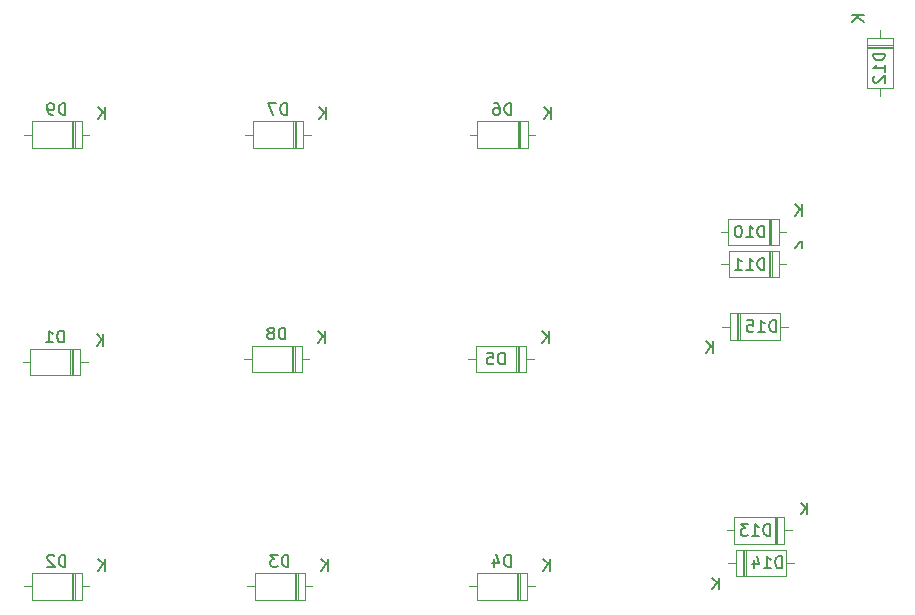
<source format=gbr>
%TF.GenerationSoftware,KiCad,Pcbnew,8.0.6*%
%TF.CreationDate,2026-01-30T19:09:08+01:00*%
%TF.ProjectId,keyboard,6b657962-6f61-4726-942e-6b696361645f,rev?*%
%TF.SameCoordinates,Original*%
%TF.FileFunction,Legend,Bot*%
%TF.FilePolarity,Positive*%
%FSLAX46Y46*%
G04 Gerber Fmt 4.6, Leading zero omitted, Abs format (unit mm)*
G04 Created by KiCad (PCBNEW 8.0.6) date 2026-01-30 19:09:08*
%MOMM*%
%LPD*%
G01*
G04 APERTURE LIST*
%ADD10C,0.150000*%
%ADD11C,0.120000*%
%ADD12O,1.700000X1.700000*%
%ADD13R,1.700000X1.700000*%
%ADD14C,1.524000*%
%ADD15R,2.000000X2.000000*%
%ADD16C,2.000000*%
%ADD17R,3.200000X2.000000*%
%ADD18C,1.700000*%
%ADD19C,4.000000*%
%ADD20C,2.200000*%
%ADD21R,1.600000X1.600000*%
%ADD22O,1.600000X1.600000*%
G04 APERTURE END LIST*
D10*
X190714285Y-73704819D02*
X190714285Y-72704819D01*
X190714285Y-72704819D02*
X190476190Y-72704819D01*
X190476190Y-72704819D02*
X190333333Y-72752438D01*
X190333333Y-72752438D02*
X190238095Y-72847676D01*
X190238095Y-72847676D02*
X190190476Y-72942914D01*
X190190476Y-72942914D02*
X190142857Y-73133390D01*
X190142857Y-73133390D02*
X190142857Y-73276247D01*
X190142857Y-73276247D02*
X190190476Y-73466723D01*
X190190476Y-73466723D02*
X190238095Y-73561961D01*
X190238095Y-73561961D02*
X190333333Y-73657200D01*
X190333333Y-73657200D02*
X190476190Y-73704819D01*
X190476190Y-73704819D02*
X190714285Y-73704819D01*
X189190476Y-73704819D02*
X189761904Y-73704819D01*
X189476190Y-73704819D02*
X189476190Y-72704819D01*
X189476190Y-72704819D02*
X189571428Y-72847676D01*
X189571428Y-72847676D02*
X189666666Y-72942914D01*
X189666666Y-72942914D02*
X189761904Y-72990533D01*
X188285714Y-72704819D02*
X188761904Y-72704819D01*
X188761904Y-72704819D02*
X188809523Y-73181009D01*
X188809523Y-73181009D02*
X188761904Y-73133390D01*
X188761904Y-73133390D02*
X188666666Y-73085771D01*
X188666666Y-73085771D02*
X188428571Y-73085771D01*
X188428571Y-73085771D02*
X188333333Y-73133390D01*
X188333333Y-73133390D02*
X188285714Y-73181009D01*
X188285714Y-73181009D02*
X188238095Y-73276247D01*
X188238095Y-73276247D02*
X188238095Y-73514342D01*
X188238095Y-73514342D02*
X188285714Y-73609580D01*
X188285714Y-73609580D02*
X188333333Y-73657200D01*
X188333333Y-73657200D02*
X188428571Y-73704819D01*
X188428571Y-73704819D02*
X188666666Y-73704819D01*
X188666666Y-73704819D02*
X188761904Y-73657200D01*
X188761904Y-73657200D02*
X188809523Y-73609580D01*
X185391904Y-75504819D02*
X185391904Y-74504819D01*
X184820476Y-75504819D02*
X185249047Y-74933390D01*
X184820476Y-74504819D02*
X185391904Y-75076247D01*
X191214285Y-93704819D02*
X191214285Y-92704819D01*
X191214285Y-92704819D02*
X190976190Y-92704819D01*
X190976190Y-92704819D02*
X190833333Y-92752438D01*
X190833333Y-92752438D02*
X190738095Y-92847676D01*
X190738095Y-92847676D02*
X190690476Y-92942914D01*
X190690476Y-92942914D02*
X190642857Y-93133390D01*
X190642857Y-93133390D02*
X190642857Y-93276247D01*
X190642857Y-93276247D02*
X190690476Y-93466723D01*
X190690476Y-93466723D02*
X190738095Y-93561961D01*
X190738095Y-93561961D02*
X190833333Y-93657200D01*
X190833333Y-93657200D02*
X190976190Y-93704819D01*
X190976190Y-93704819D02*
X191214285Y-93704819D01*
X189690476Y-93704819D02*
X190261904Y-93704819D01*
X189976190Y-93704819D02*
X189976190Y-92704819D01*
X189976190Y-92704819D02*
X190071428Y-92847676D01*
X190071428Y-92847676D02*
X190166666Y-92942914D01*
X190166666Y-92942914D02*
X190261904Y-92990533D01*
X188833333Y-93038152D02*
X188833333Y-93704819D01*
X189071428Y-92657200D02*
X189309523Y-93371485D01*
X189309523Y-93371485D02*
X188690476Y-93371485D01*
X185891904Y-95504819D02*
X185891904Y-94504819D01*
X185320476Y-95504819D02*
X185749047Y-94933390D01*
X185320476Y-94504819D02*
X185891904Y-95076247D01*
X190214285Y-90954819D02*
X190214285Y-89954819D01*
X190214285Y-89954819D02*
X189976190Y-89954819D01*
X189976190Y-89954819D02*
X189833333Y-90002438D01*
X189833333Y-90002438D02*
X189738095Y-90097676D01*
X189738095Y-90097676D02*
X189690476Y-90192914D01*
X189690476Y-90192914D02*
X189642857Y-90383390D01*
X189642857Y-90383390D02*
X189642857Y-90526247D01*
X189642857Y-90526247D02*
X189690476Y-90716723D01*
X189690476Y-90716723D02*
X189738095Y-90811961D01*
X189738095Y-90811961D02*
X189833333Y-90907200D01*
X189833333Y-90907200D02*
X189976190Y-90954819D01*
X189976190Y-90954819D02*
X190214285Y-90954819D01*
X188690476Y-90954819D02*
X189261904Y-90954819D01*
X188976190Y-90954819D02*
X188976190Y-89954819D01*
X188976190Y-89954819D02*
X189071428Y-90097676D01*
X189071428Y-90097676D02*
X189166666Y-90192914D01*
X189166666Y-90192914D02*
X189261904Y-90240533D01*
X188357142Y-89954819D02*
X187738095Y-89954819D01*
X187738095Y-89954819D02*
X188071428Y-90335771D01*
X188071428Y-90335771D02*
X187928571Y-90335771D01*
X187928571Y-90335771D02*
X187833333Y-90383390D01*
X187833333Y-90383390D02*
X187785714Y-90431009D01*
X187785714Y-90431009D02*
X187738095Y-90526247D01*
X187738095Y-90526247D02*
X187738095Y-90764342D01*
X187738095Y-90764342D02*
X187785714Y-90859580D01*
X187785714Y-90859580D02*
X187833333Y-90907200D01*
X187833333Y-90907200D02*
X187928571Y-90954819D01*
X187928571Y-90954819D02*
X188214285Y-90954819D01*
X188214285Y-90954819D02*
X188309523Y-90907200D01*
X188309523Y-90907200D02*
X188357142Y-90859580D01*
X193381904Y-89154819D02*
X193381904Y-88154819D01*
X192810476Y-89154819D02*
X193239047Y-88583390D01*
X192810476Y-88154819D02*
X193381904Y-88726247D01*
X199931115Y-50133709D02*
X198931115Y-50133709D01*
X198931115Y-50133709D02*
X198931115Y-50371804D01*
X198931115Y-50371804D02*
X198978734Y-50514661D01*
X198978734Y-50514661D02*
X199073972Y-50609899D01*
X199073972Y-50609899D02*
X199169210Y-50657518D01*
X199169210Y-50657518D02*
X199359686Y-50705137D01*
X199359686Y-50705137D02*
X199502543Y-50705137D01*
X199502543Y-50705137D02*
X199693019Y-50657518D01*
X199693019Y-50657518D02*
X199788257Y-50609899D01*
X199788257Y-50609899D02*
X199883496Y-50514661D01*
X199883496Y-50514661D02*
X199931115Y-50371804D01*
X199931115Y-50371804D02*
X199931115Y-50133709D01*
X199931115Y-51657518D02*
X199931115Y-51086090D01*
X199931115Y-51371804D02*
X198931115Y-51371804D01*
X198931115Y-51371804D02*
X199073972Y-51276566D01*
X199073972Y-51276566D02*
X199169210Y-51181328D01*
X199169210Y-51181328D02*
X199216829Y-51086090D01*
X199026353Y-52038471D02*
X198978734Y-52086090D01*
X198978734Y-52086090D02*
X198931115Y-52181328D01*
X198931115Y-52181328D02*
X198931115Y-52419423D01*
X198931115Y-52419423D02*
X198978734Y-52514661D01*
X198978734Y-52514661D02*
X199026353Y-52562280D01*
X199026353Y-52562280D02*
X199121591Y-52609899D01*
X199121591Y-52609899D02*
X199216829Y-52609899D01*
X199216829Y-52609899D02*
X199359686Y-52562280D01*
X199359686Y-52562280D02*
X199931115Y-51990852D01*
X199931115Y-51990852D02*
X199931115Y-52609899D01*
X198154819Y-46868095D02*
X197154819Y-46868095D01*
X198154819Y-47439523D02*
X197583390Y-47010952D01*
X197154819Y-47439523D02*
X197726247Y-46868095D01*
X189714285Y-68454819D02*
X189714285Y-67454819D01*
X189714285Y-67454819D02*
X189476190Y-67454819D01*
X189476190Y-67454819D02*
X189333333Y-67502438D01*
X189333333Y-67502438D02*
X189238095Y-67597676D01*
X189238095Y-67597676D02*
X189190476Y-67692914D01*
X189190476Y-67692914D02*
X189142857Y-67883390D01*
X189142857Y-67883390D02*
X189142857Y-68026247D01*
X189142857Y-68026247D02*
X189190476Y-68216723D01*
X189190476Y-68216723D02*
X189238095Y-68311961D01*
X189238095Y-68311961D02*
X189333333Y-68407200D01*
X189333333Y-68407200D02*
X189476190Y-68454819D01*
X189476190Y-68454819D02*
X189714285Y-68454819D01*
X188190476Y-68454819D02*
X188761904Y-68454819D01*
X188476190Y-68454819D02*
X188476190Y-67454819D01*
X188476190Y-67454819D02*
X188571428Y-67597676D01*
X188571428Y-67597676D02*
X188666666Y-67692914D01*
X188666666Y-67692914D02*
X188761904Y-67740533D01*
X187238095Y-68454819D02*
X187809523Y-68454819D01*
X187523809Y-68454819D02*
X187523809Y-67454819D01*
X187523809Y-67454819D02*
X187619047Y-67597676D01*
X187619047Y-67597676D02*
X187714285Y-67692914D01*
X187714285Y-67692914D02*
X187809523Y-67740533D01*
X192893450Y-66626200D02*
X192893450Y-65626200D01*
X192322022Y-66626200D02*
X192750593Y-66054771D01*
X192322022Y-65626200D02*
X192893450Y-66197628D01*
X189714285Y-65704819D02*
X189714285Y-64704819D01*
X189714285Y-64704819D02*
X189476190Y-64704819D01*
X189476190Y-64704819D02*
X189333333Y-64752438D01*
X189333333Y-64752438D02*
X189238095Y-64847676D01*
X189238095Y-64847676D02*
X189190476Y-64942914D01*
X189190476Y-64942914D02*
X189142857Y-65133390D01*
X189142857Y-65133390D02*
X189142857Y-65276247D01*
X189142857Y-65276247D02*
X189190476Y-65466723D01*
X189190476Y-65466723D02*
X189238095Y-65561961D01*
X189238095Y-65561961D02*
X189333333Y-65657200D01*
X189333333Y-65657200D02*
X189476190Y-65704819D01*
X189476190Y-65704819D02*
X189714285Y-65704819D01*
X188190476Y-65704819D02*
X188761904Y-65704819D01*
X188476190Y-65704819D02*
X188476190Y-64704819D01*
X188476190Y-64704819D02*
X188571428Y-64847676D01*
X188571428Y-64847676D02*
X188666666Y-64942914D01*
X188666666Y-64942914D02*
X188761904Y-64990533D01*
X187571428Y-64704819D02*
X187476190Y-64704819D01*
X187476190Y-64704819D02*
X187380952Y-64752438D01*
X187380952Y-64752438D02*
X187333333Y-64800057D01*
X187333333Y-64800057D02*
X187285714Y-64895295D01*
X187285714Y-64895295D02*
X187238095Y-65085771D01*
X187238095Y-65085771D02*
X187238095Y-65323866D01*
X187238095Y-65323866D02*
X187285714Y-65514342D01*
X187285714Y-65514342D02*
X187333333Y-65609580D01*
X187333333Y-65609580D02*
X187380952Y-65657200D01*
X187380952Y-65657200D02*
X187476190Y-65704819D01*
X187476190Y-65704819D02*
X187571428Y-65704819D01*
X187571428Y-65704819D02*
X187666666Y-65657200D01*
X187666666Y-65657200D02*
X187714285Y-65609580D01*
X187714285Y-65609580D02*
X187761904Y-65514342D01*
X187761904Y-65514342D02*
X187809523Y-65323866D01*
X187809523Y-65323866D02*
X187809523Y-65085771D01*
X187809523Y-65085771D02*
X187761904Y-64895295D01*
X187761904Y-64895295D02*
X187714285Y-64800057D01*
X187714285Y-64800057D02*
X187666666Y-64752438D01*
X187666666Y-64752438D02*
X187571428Y-64704819D01*
X192881904Y-63904819D02*
X192881904Y-62904819D01*
X192310476Y-63904819D02*
X192739047Y-63333390D01*
X192310476Y-62904819D02*
X192881904Y-63476247D01*
X130548094Y-55334819D02*
X130548094Y-54334819D01*
X130548094Y-54334819D02*
X130309999Y-54334819D01*
X130309999Y-54334819D02*
X130167142Y-54382438D01*
X130167142Y-54382438D02*
X130071904Y-54477676D01*
X130071904Y-54477676D02*
X130024285Y-54572914D01*
X130024285Y-54572914D02*
X129976666Y-54763390D01*
X129976666Y-54763390D02*
X129976666Y-54906247D01*
X129976666Y-54906247D02*
X130024285Y-55096723D01*
X130024285Y-55096723D02*
X130071904Y-55191961D01*
X130071904Y-55191961D02*
X130167142Y-55287200D01*
X130167142Y-55287200D02*
X130309999Y-55334819D01*
X130309999Y-55334819D02*
X130548094Y-55334819D01*
X129500475Y-55334819D02*
X129309999Y-55334819D01*
X129309999Y-55334819D02*
X129214761Y-55287200D01*
X129214761Y-55287200D02*
X129167142Y-55239580D01*
X129167142Y-55239580D02*
X129071904Y-55096723D01*
X129071904Y-55096723D02*
X129024285Y-54906247D01*
X129024285Y-54906247D02*
X129024285Y-54525295D01*
X129024285Y-54525295D02*
X129071904Y-54430057D01*
X129071904Y-54430057D02*
X129119523Y-54382438D01*
X129119523Y-54382438D02*
X129214761Y-54334819D01*
X129214761Y-54334819D02*
X129405237Y-54334819D01*
X129405237Y-54334819D02*
X129500475Y-54382438D01*
X129500475Y-54382438D02*
X129548094Y-54430057D01*
X129548094Y-54430057D02*
X129595713Y-54525295D01*
X129595713Y-54525295D02*
X129595713Y-54763390D01*
X129595713Y-54763390D02*
X129548094Y-54858628D01*
X129548094Y-54858628D02*
X129500475Y-54906247D01*
X129500475Y-54906247D02*
X129405237Y-54953866D01*
X129405237Y-54953866D02*
X129214761Y-54953866D01*
X129214761Y-54953866D02*
X129119523Y-54906247D01*
X129119523Y-54906247D02*
X129071904Y-54858628D01*
X129071904Y-54858628D02*
X129024285Y-54763390D01*
X133881904Y-55654819D02*
X133881904Y-54654819D01*
X133310476Y-55654819D02*
X133739047Y-55083390D01*
X133310476Y-54654819D02*
X133881904Y-55226247D01*
X149178094Y-74334819D02*
X149178094Y-73334819D01*
X149178094Y-73334819D02*
X148939999Y-73334819D01*
X148939999Y-73334819D02*
X148797142Y-73382438D01*
X148797142Y-73382438D02*
X148701904Y-73477676D01*
X148701904Y-73477676D02*
X148654285Y-73572914D01*
X148654285Y-73572914D02*
X148606666Y-73763390D01*
X148606666Y-73763390D02*
X148606666Y-73906247D01*
X148606666Y-73906247D02*
X148654285Y-74096723D01*
X148654285Y-74096723D02*
X148701904Y-74191961D01*
X148701904Y-74191961D02*
X148797142Y-74287200D01*
X148797142Y-74287200D02*
X148939999Y-74334819D01*
X148939999Y-74334819D02*
X149178094Y-74334819D01*
X148035237Y-73763390D02*
X148130475Y-73715771D01*
X148130475Y-73715771D02*
X148178094Y-73668152D01*
X148178094Y-73668152D02*
X148225713Y-73572914D01*
X148225713Y-73572914D02*
X148225713Y-73525295D01*
X148225713Y-73525295D02*
X148178094Y-73430057D01*
X148178094Y-73430057D02*
X148130475Y-73382438D01*
X148130475Y-73382438D02*
X148035237Y-73334819D01*
X148035237Y-73334819D02*
X147844761Y-73334819D01*
X147844761Y-73334819D02*
X147749523Y-73382438D01*
X147749523Y-73382438D02*
X147701904Y-73430057D01*
X147701904Y-73430057D02*
X147654285Y-73525295D01*
X147654285Y-73525295D02*
X147654285Y-73572914D01*
X147654285Y-73572914D02*
X147701904Y-73668152D01*
X147701904Y-73668152D02*
X147749523Y-73715771D01*
X147749523Y-73715771D02*
X147844761Y-73763390D01*
X147844761Y-73763390D02*
X148035237Y-73763390D01*
X148035237Y-73763390D02*
X148130475Y-73811009D01*
X148130475Y-73811009D02*
X148178094Y-73858628D01*
X148178094Y-73858628D02*
X148225713Y-73953866D01*
X148225713Y-73953866D02*
X148225713Y-74144342D01*
X148225713Y-74144342D02*
X148178094Y-74239580D01*
X148178094Y-74239580D02*
X148130475Y-74287200D01*
X148130475Y-74287200D02*
X148035237Y-74334819D01*
X148035237Y-74334819D02*
X147844761Y-74334819D01*
X147844761Y-74334819D02*
X147749523Y-74287200D01*
X147749523Y-74287200D02*
X147701904Y-74239580D01*
X147701904Y-74239580D02*
X147654285Y-74144342D01*
X147654285Y-74144342D02*
X147654285Y-73953866D01*
X147654285Y-73953866D02*
X147701904Y-73858628D01*
X147701904Y-73858628D02*
X147749523Y-73811009D01*
X147749523Y-73811009D02*
X147844761Y-73763390D01*
X152511904Y-74654819D02*
X152511904Y-73654819D01*
X151940476Y-74654819D02*
X152369047Y-74083390D01*
X151940476Y-73654819D02*
X152511904Y-74226247D01*
X149298094Y-55334819D02*
X149298094Y-54334819D01*
X149298094Y-54334819D02*
X149059999Y-54334819D01*
X149059999Y-54334819D02*
X148917142Y-54382438D01*
X148917142Y-54382438D02*
X148821904Y-54477676D01*
X148821904Y-54477676D02*
X148774285Y-54572914D01*
X148774285Y-54572914D02*
X148726666Y-54763390D01*
X148726666Y-54763390D02*
X148726666Y-54906247D01*
X148726666Y-54906247D02*
X148774285Y-55096723D01*
X148774285Y-55096723D02*
X148821904Y-55191961D01*
X148821904Y-55191961D02*
X148917142Y-55287200D01*
X148917142Y-55287200D02*
X149059999Y-55334819D01*
X149059999Y-55334819D02*
X149298094Y-55334819D01*
X148393332Y-54334819D02*
X147726666Y-54334819D01*
X147726666Y-54334819D02*
X148155237Y-55334819D01*
X152631904Y-55654819D02*
X152631904Y-54654819D01*
X152060476Y-55654819D02*
X152489047Y-55083390D01*
X152060476Y-54654819D02*
X152631904Y-55226247D01*
X168298094Y-55334819D02*
X168298094Y-54334819D01*
X168298094Y-54334819D02*
X168059999Y-54334819D01*
X168059999Y-54334819D02*
X167917142Y-54382438D01*
X167917142Y-54382438D02*
X167821904Y-54477676D01*
X167821904Y-54477676D02*
X167774285Y-54572914D01*
X167774285Y-54572914D02*
X167726666Y-54763390D01*
X167726666Y-54763390D02*
X167726666Y-54906247D01*
X167726666Y-54906247D02*
X167774285Y-55096723D01*
X167774285Y-55096723D02*
X167821904Y-55191961D01*
X167821904Y-55191961D02*
X167917142Y-55287200D01*
X167917142Y-55287200D02*
X168059999Y-55334819D01*
X168059999Y-55334819D02*
X168298094Y-55334819D01*
X166869523Y-54334819D02*
X167059999Y-54334819D01*
X167059999Y-54334819D02*
X167155237Y-54382438D01*
X167155237Y-54382438D02*
X167202856Y-54430057D01*
X167202856Y-54430057D02*
X167298094Y-54572914D01*
X167298094Y-54572914D02*
X167345713Y-54763390D01*
X167345713Y-54763390D02*
X167345713Y-55144342D01*
X167345713Y-55144342D02*
X167298094Y-55239580D01*
X167298094Y-55239580D02*
X167250475Y-55287200D01*
X167250475Y-55287200D02*
X167155237Y-55334819D01*
X167155237Y-55334819D02*
X166964761Y-55334819D01*
X166964761Y-55334819D02*
X166869523Y-55287200D01*
X166869523Y-55287200D02*
X166821904Y-55239580D01*
X166821904Y-55239580D02*
X166774285Y-55144342D01*
X166774285Y-55144342D02*
X166774285Y-54906247D01*
X166774285Y-54906247D02*
X166821904Y-54811009D01*
X166821904Y-54811009D02*
X166869523Y-54763390D01*
X166869523Y-54763390D02*
X166964761Y-54715771D01*
X166964761Y-54715771D02*
X167155237Y-54715771D01*
X167155237Y-54715771D02*
X167250475Y-54763390D01*
X167250475Y-54763390D02*
X167298094Y-54811009D01*
X167298094Y-54811009D02*
X167345713Y-54906247D01*
X171631904Y-55654819D02*
X171631904Y-54654819D01*
X171060476Y-55654819D02*
X171489047Y-55083390D01*
X171060476Y-54654819D02*
X171631904Y-55226247D01*
X167738094Y-76454819D02*
X167738094Y-75454819D01*
X167738094Y-75454819D02*
X167499999Y-75454819D01*
X167499999Y-75454819D02*
X167357142Y-75502438D01*
X167357142Y-75502438D02*
X167261904Y-75597676D01*
X167261904Y-75597676D02*
X167214285Y-75692914D01*
X167214285Y-75692914D02*
X167166666Y-75883390D01*
X167166666Y-75883390D02*
X167166666Y-76026247D01*
X167166666Y-76026247D02*
X167214285Y-76216723D01*
X167214285Y-76216723D02*
X167261904Y-76311961D01*
X167261904Y-76311961D02*
X167357142Y-76407200D01*
X167357142Y-76407200D02*
X167499999Y-76454819D01*
X167499999Y-76454819D02*
X167738094Y-76454819D01*
X166261904Y-75454819D02*
X166738094Y-75454819D01*
X166738094Y-75454819D02*
X166785713Y-75931009D01*
X166785713Y-75931009D02*
X166738094Y-75883390D01*
X166738094Y-75883390D02*
X166642856Y-75835771D01*
X166642856Y-75835771D02*
X166404761Y-75835771D01*
X166404761Y-75835771D02*
X166309523Y-75883390D01*
X166309523Y-75883390D02*
X166261904Y-75931009D01*
X166261904Y-75931009D02*
X166214285Y-76026247D01*
X166214285Y-76026247D02*
X166214285Y-76264342D01*
X166214285Y-76264342D02*
X166261904Y-76359580D01*
X166261904Y-76359580D02*
X166309523Y-76407200D01*
X166309523Y-76407200D02*
X166404761Y-76454819D01*
X166404761Y-76454819D02*
X166642856Y-76454819D01*
X166642856Y-76454819D02*
X166738094Y-76407200D01*
X166738094Y-76407200D02*
X166785713Y-76359580D01*
X171511904Y-74654819D02*
X171511904Y-73654819D01*
X170940476Y-74654819D02*
X171369047Y-74083390D01*
X170940476Y-73654819D02*
X171511904Y-74226247D01*
X168238094Y-93584819D02*
X168238094Y-92584819D01*
X168238094Y-92584819D02*
X167999999Y-92584819D01*
X167999999Y-92584819D02*
X167857142Y-92632438D01*
X167857142Y-92632438D02*
X167761904Y-92727676D01*
X167761904Y-92727676D02*
X167714285Y-92822914D01*
X167714285Y-92822914D02*
X167666666Y-93013390D01*
X167666666Y-93013390D02*
X167666666Y-93156247D01*
X167666666Y-93156247D02*
X167714285Y-93346723D01*
X167714285Y-93346723D02*
X167761904Y-93441961D01*
X167761904Y-93441961D02*
X167857142Y-93537200D01*
X167857142Y-93537200D02*
X167999999Y-93584819D01*
X167999999Y-93584819D02*
X168238094Y-93584819D01*
X166809523Y-92918152D02*
X166809523Y-93584819D01*
X167047618Y-92537200D02*
X167285713Y-93251485D01*
X167285713Y-93251485D02*
X166666666Y-93251485D01*
X171571904Y-93904819D02*
X171571904Y-92904819D01*
X171000476Y-93904819D02*
X171429047Y-93333390D01*
X171000476Y-92904819D02*
X171571904Y-93476247D01*
X149428094Y-93584819D02*
X149428094Y-92584819D01*
X149428094Y-92584819D02*
X149189999Y-92584819D01*
X149189999Y-92584819D02*
X149047142Y-92632438D01*
X149047142Y-92632438D02*
X148951904Y-92727676D01*
X148951904Y-92727676D02*
X148904285Y-92822914D01*
X148904285Y-92822914D02*
X148856666Y-93013390D01*
X148856666Y-93013390D02*
X148856666Y-93156247D01*
X148856666Y-93156247D02*
X148904285Y-93346723D01*
X148904285Y-93346723D02*
X148951904Y-93441961D01*
X148951904Y-93441961D02*
X149047142Y-93537200D01*
X149047142Y-93537200D02*
X149189999Y-93584819D01*
X149189999Y-93584819D02*
X149428094Y-93584819D01*
X148523332Y-92584819D02*
X147904285Y-92584819D01*
X147904285Y-92584819D02*
X148237618Y-92965771D01*
X148237618Y-92965771D02*
X148094761Y-92965771D01*
X148094761Y-92965771D02*
X147999523Y-93013390D01*
X147999523Y-93013390D02*
X147951904Y-93061009D01*
X147951904Y-93061009D02*
X147904285Y-93156247D01*
X147904285Y-93156247D02*
X147904285Y-93394342D01*
X147904285Y-93394342D02*
X147951904Y-93489580D01*
X147951904Y-93489580D02*
X147999523Y-93537200D01*
X147999523Y-93537200D02*
X148094761Y-93584819D01*
X148094761Y-93584819D02*
X148380475Y-93584819D01*
X148380475Y-93584819D02*
X148475713Y-93537200D01*
X148475713Y-93537200D02*
X148523332Y-93489580D01*
X152761904Y-93904819D02*
X152761904Y-92904819D01*
X152190476Y-93904819D02*
X152619047Y-93333390D01*
X152190476Y-92904819D02*
X152761904Y-93476247D01*
X130548094Y-93584819D02*
X130548094Y-92584819D01*
X130548094Y-92584819D02*
X130309999Y-92584819D01*
X130309999Y-92584819D02*
X130167142Y-92632438D01*
X130167142Y-92632438D02*
X130071904Y-92727676D01*
X130071904Y-92727676D02*
X130024285Y-92822914D01*
X130024285Y-92822914D02*
X129976666Y-93013390D01*
X129976666Y-93013390D02*
X129976666Y-93156247D01*
X129976666Y-93156247D02*
X130024285Y-93346723D01*
X130024285Y-93346723D02*
X130071904Y-93441961D01*
X130071904Y-93441961D02*
X130167142Y-93537200D01*
X130167142Y-93537200D02*
X130309999Y-93584819D01*
X130309999Y-93584819D02*
X130548094Y-93584819D01*
X129595713Y-92680057D02*
X129548094Y-92632438D01*
X129548094Y-92632438D02*
X129452856Y-92584819D01*
X129452856Y-92584819D02*
X129214761Y-92584819D01*
X129214761Y-92584819D02*
X129119523Y-92632438D01*
X129119523Y-92632438D02*
X129071904Y-92680057D01*
X129071904Y-92680057D02*
X129024285Y-92775295D01*
X129024285Y-92775295D02*
X129024285Y-92870533D01*
X129024285Y-92870533D02*
X129071904Y-93013390D01*
X129071904Y-93013390D02*
X129643332Y-93584819D01*
X129643332Y-93584819D02*
X129024285Y-93584819D01*
X133881904Y-93904819D02*
X133881904Y-92904819D01*
X133310476Y-93904819D02*
X133739047Y-93333390D01*
X133310476Y-92904819D02*
X133881904Y-93476247D01*
X130428094Y-74584819D02*
X130428094Y-73584819D01*
X130428094Y-73584819D02*
X130189999Y-73584819D01*
X130189999Y-73584819D02*
X130047142Y-73632438D01*
X130047142Y-73632438D02*
X129951904Y-73727676D01*
X129951904Y-73727676D02*
X129904285Y-73822914D01*
X129904285Y-73822914D02*
X129856666Y-74013390D01*
X129856666Y-74013390D02*
X129856666Y-74156247D01*
X129856666Y-74156247D02*
X129904285Y-74346723D01*
X129904285Y-74346723D02*
X129951904Y-74441961D01*
X129951904Y-74441961D02*
X130047142Y-74537200D01*
X130047142Y-74537200D02*
X130189999Y-74584819D01*
X130189999Y-74584819D02*
X130428094Y-74584819D01*
X128904285Y-74584819D02*
X129475713Y-74584819D01*
X129189999Y-74584819D02*
X129189999Y-73584819D01*
X129189999Y-73584819D02*
X129285237Y-73727676D01*
X129285237Y-73727676D02*
X129380475Y-73822914D01*
X129380475Y-73822914D02*
X129475713Y-73870533D01*
X133761904Y-74904819D02*
X133761904Y-73904819D01*
X133190476Y-74904819D02*
X133619047Y-74333390D01*
X133190476Y-73904819D02*
X133761904Y-74476247D01*
D11*
%TO.C,D15*%
X186820000Y-73250000D02*
X186170000Y-73250000D01*
X186820000Y-72130000D02*
X186820000Y-74370000D01*
X191060000Y-72130000D02*
X186820000Y-72130000D01*
X187420000Y-72130000D02*
X187420000Y-74370000D01*
X187540000Y-72130000D02*
X187540000Y-74370000D01*
X187660000Y-72130000D02*
X187660000Y-74370000D01*
X186820000Y-74370000D02*
X191060000Y-74370000D01*
X191060000Y-74370000D02*
X191060000Y-72130000D01*
X191060000Y-73250000D02*
X191710000Y-73250000D01*
%TO.C,D14*%
X187320000Y-93250000D02*
X186670000Y-93250000D01*
X187320000Y-92130000D02*
X187320000Y-94370000D01*
X191560000Y-92130000D02*
X187320000Y-92130000D01*
X187920000Y-92130000D02*
X187920000Y-94370000D01*
X188040000Y-92130000D02*
X188040000Y-94370000D01*
X188160000Y-92130000D02*
X188160000Y-94370000D01*
X187320000Y-94370000D02*
X191560000Y-94370000D01*
X191560000Y-94370000D02*
X191560000Y-92130000D01*
X191560000Y-93250000D02*
X192210000Y-93250000D01*
%TO.C,D13*%
X191430000Y-90500000D02*
X192080000Y-90500000D01*
X191430000Y-91620000D02*
X191430000Y-89380000D01*
X187190000Y-91620000D02*
X191430000Y-91620000D01*
X190830000Y-91620000D02*
X190830000Y-89380000D01*
X190710000Y-91620000D02*
X190710000Y-89380000D01*
X190590000Y-91620000D02*
X190590000Y-89380000D01*
X191430000Y-89380000D02*
X187190000Y-89380000D01*
X187190000Y-89380000D02*
X187190000Y-91620000D01*
X187190000Y-90500000D02*
X186540000Y-90500000D01*
%TO.C,D12*%
X199500000Y-48820000D02*
X199500000Y-48170000D01*
X200620000Y-48820000D02*
X198380000Y-48820000D01*
X200620000Y-53060000D02*
X200620000Y-48820000D01*
X200620000Y-49420000D02*
X198380000Y-49420000D01*
X200620000Y-49540000D02*
X198380000Y-49540000D01*
X200620000Y-49660000D02*
X198380000Y-49660000D01*
X198380000Y-48820000D02*
X198380000Y-53060000D01*
X198380000Y-53060000D02*
X200620000Y-53060000D01*
X199500000Y-53060000D02*
X199500000Y-53710000D01*
%TO.C,D11*%
X190941546Y-67971381D02*
X191591546Y-67971381D01*
X190941546Y-69091381D02*
X190941546Y-66851381D01*
X186701546Y-69091381D02*
X190941546Y-69091381D01*
X190341546Y-69091381D02*
X190341546Y-66851381D01*
X190221546Y-69091381D02*
X190221546Y-66851381D01*
X190101546Y-69091381D02*
X190101546Y-66851381D01*
X190941546Y-66851381D02*
X186701546Y-66851381D01*
X186701546Y-66851381D02*
X186701546Y-69091381D01*
X186701546Y-67971381D02*
X186051546Y-67971381D01*
%TO.C,D10*%
X190930000Y-65250000D02*
X191580000Y-65250000D01*
X190930000Y-66370000D02*
X190930000Y-64130000D01*
X186690000Y-66370000D02*
X190930000Y-66370000D01*
X190330000Y-66370000D02*
X190330000Y-64130000D01*
X190210000Y-66370000D02*
X190210000Y-64130000D01*
X190090000Y-66370000D02*
X190090000Y-64130000D01*
X190930000Y-64130000D02*
X186690000Y-64130000D01*
X186690000Y-64130000D02*
X186690000Y-66370000D01*
X186690000Y-65250000D02*
X186040000Y-65250000D01*
%TO.C,D9*%
X131930000Y-57000000D02*
X132580000Y-57000000D01*
X131930000Y-58120000D02*
X131930000Y-55880000D01*
X127690000Y-58120000D02*
X131930000Y-58120000D01*
X131330000Y-58120000D02*
X131330000Y-55880000D01*
X131210000Y-58120000D02*
X131210000Y-55880000D01*
X131090000Y-58120000D02*
X131090000Y-55880000D01*
X131930000Y-55880000D02*
X127690000Y-55880000D01*
X127690000Y-55880000D02*
X127690000Y-58120000D01*
X127690000Y-57000000D02*
X127040000Y-57000000D01*
%TO.C,D8*%
X150560000Y-76000000D02*
X151210000Y-76000000D01*
X150560000Y-77120000D02*
X150560000Y-74880000D01*
X146320000Y-77120000D02*
X150560000Y-77120000D01*
X149960000Y-77120000D02*
X149960000Y-74880000D01*
X149840000Y-77120000D02*
X149840000Y-74880000D01*
X149720000Y-77120000D02*
X149720000Y-74880000D01*
X150560000Y-74880000D02*
X146320000Y-74880000D01*
X146320000Y-74880000D02*
X146320000Y-77120000D01*
X146320000Y-76000000D02*
X145670000Y-76000000D01*
%TO.C,D7*%
X150680000Y-57000000D02*
X151330000Y-57000000D01*
X150680000Y-58120000D02*
X150680000Y-55880000D01*
X146440000Y-58120000D02*
X150680000Y-58120000D01*
X150080000Y-58120000D02*
X150080000Y-55880000D01*
X149960000Y-58120000D02*
X149960000Y-55880000D01*
X149840000Y-58120000D02*
X149840000Y-55880000D01*
X150680000Y-55880000D02*
X146440000Y-55880000D01*
X146440000Y-55880000D02*
X146440000Y-58120000D01*
X146440000Y-57000000D02*
X145790000Y-57000000D01*
%TO.C,D6*%
X169680000Y-57000000D02*
X170330000Y-57000000D01*
X169680000Y-58120000D02*
X169680000Y-55880000D01*
X165440000Y-58120000D02*
X169680000Y-58120000D01*
X169080000Y-58120000D02*
X169080000Y-55880000D01*
X168960000Y-58120000D02*
X168960000Y-55880000D01*
X168840000Y-58120000D02*
X168840000Y-55880000D01*
X169680000Y-55880000D02*
X165440000Y-55880000D01*
X165440000Y-55880000D02*
X165440000Y-58120000D01*
X165440000Y-57000000D02*
X164790000Y-57000000D01*
%TO.C,D5*%
X169560000Y-76000000D02*
X170210000Y-76000000D01*
X169560000Y-77120000D02*
X169560000Y-74880000D01*
X165320000Y-77120000D02*
X169560000Y-77120000D01*
X168960000Y-77120000D02*
X168960000Y-74880000D01*
X168840000Y-77120000D02*
X168840000Y-74880000D01*
X168720000Y-77120000D02*
X168720000Y-74880000D01*
X169560000Y-74880000D02*
X165320000Y-74880000D01*
X165320000Y-74880000D02*
X165320000Y-77120000D01*
X165320000Y-76000000D02*
X164670000Y-76000000D01*
%TO.C,D4*%
X169620000Y-95250000D02*
X170270000Y-95250000D01*
X169620000Y-96370000D02*
X169620000Y-94130000D01*
X165380000Y-96370000D02*
X169620000Y-96370000D01*
X169020000Y-96370000D02*
X169020000Y-94130000D01*
X168900000Y-96370000D02*
X168900000Y-94130000D01*
X168780000Y-96370000D02*
X168780000Y-94130000D01*
X169620000Y-94130000D02*
X165380000Y-94130000D01*
X165380000Y-94130000D02*
X165380000Y-96370000D01*
X165380000Y-95250000D02*
X164730000Y-95250000D01*
%TO.C,D3*%
X150810000Y-95250000D02*
X151460000Y-95250000D01*
X150810000Y-96370000D02*
X150810000Y-94130000D01*
X146570000Y-96370000D02*
X150810000Y-96370000D01*
X150210000Y-96370000D02*
X150210000Y-94130000D01*
X150090000Y-96370000D02*
X150090000Y-94130000D01*
X149970000Y-96370000D02*
X149970000Y-94130000D01*
X150810000Y-94130000D02*
X146570000Y-94130000D01*
X146570000Y-94130000D02*
X146570000Y-96370000D01*
X146570000Y-95250000D02*
X145920000Y-95250000D01*
%TO.C,D2*%
X131930000Y-95250000D02*
X132580000Y-95250000D01*
X131930000Y-96370000D02*
X131930000Y-94130000D01*
X127690000Y-96370000D02*
X131930000Y-96370000D01*
X131330000Y-96370000D02*
X131330000Y-94130000D01*
X131210000Y-96370000D02*
X131210000Y-94130000D01*
X131090000Y-96370000D02*
X131090000Y-94130000D01*
X131930000Y-94130000D02*
X127690000Y-94130000D01*
X127690000Y-94130000D02*
X127690000Y-96370000D01*
X127690000Y-95250000D02*
X127040000Y-95250000D01*
%TO.C,D1*%
X131810000Y-76250000D02*
X132460000Y-76250000D01*
X131810000Y-77370000D02*
X131810000Y-75130000D01*
X127570000Y-77370000D02*
X131810000Y-77370000D01*
X131210000Y-77370000D02*
X131210000Y-75130000D01*
X131090000Y-77370000D02*
X131090000Y-75130000D01*
X130970000Y-77370000D02*
X130970000Y-75130000D01*
X131810000Y-75130000D02*
X127570000Y-75130000D01*
X127570000Y-75130000D02*
X127570000Y-77370000D01*
X127570000Y-76250000D02*
X126920000Y-76250000D01*
%TD*%
%LPC*%
D12*
%TO.C,J1*%
X128000000Y-36500000D03*
X128000000Y-33960000D03*
X128000000Y-31420000D03*
D13*
X128000000Y-28880000D03*
%TD*%
D14*
%TO.C,U1*%
X182500000Y-27510000D03*
X182500000Y-30050000D03*
X182500000Y-32590000D03*
X182500000Y-35130000D03*
X182500000Y-37670000D03*
X182500000Y-40210000D03*
X182500000Y-42750000D03*
X197740000Y-42750000D03*
X197740000Y-40210000D03*
X197740000Y-37670000D03*
X197740000Y-35130000D03*
X197740000Y-32590000D03*
X197740000Y-30050000D03*
X197740000Y-27510000D03*
%TD*%
D15*
%TO.C,SW11*%
X181250000Y-79500000D03*
D16*
X181250000Y-84500000D03*
X181250000Y-82000000D03*
D17*
X188750000Y-76400000D03*
X188750000Y-87600000D03*
D16*
X195750000Y-84500000D03*
X195750000Y-79500000D03*
%TD*%
D18*
%TO.C,SW10*%
X162380000Y-90500000D03*
D19*
X167460000Y-90500000D03*
D18*
X172540000Y-90500000D03*
D20*
X170000000Y-85420000D03*
X163650000Y-87960000D03*
%TD*%
D18*
%TO.C,SW9*%
X162380000Y-71250000D03*
D19*
X167460000Y-71250000D03*
D18*
X172540000Y-71250000D03*
D20*
X170000000Y-66170000D03*
X163650000Y-68710000D03*
%TD*%
D18*
%TO.C,SW8*%
X162380000Y-52250000D03*
D19*
X167460000Y-52250000D03*
D18*
X172540000Y-52250000D03*
D20*
X170000000Y-47170000D03*
X163650000Y-49710000D03*
%TD*%
D18*
%TO.C,SW7*%
X143420000Y-90500000D03*
D19*
X148500000Y-90500000D03*
D18*
X153580000Y-90500000D03*
D20*
X151040000Y-85420000D03*
X144690000Y-87960000D03*
%TD*%
D18*
%TO.C,SW6*%
X143420000Y-71250000D03*
D19*
X148500000Y-71250000D03*
D18*
X153580000Y-71250000D03*
D20*
X151040000Y-66170000D03*
X144690000Y-68710000D03*
%TD*%
D18*
%TO.C,SW5*%
X143420000Y-52250000D03*
D19*
X148500000Y-52250000D03*
D18*
X153580000Y-52250000D03*
D20*
X151040000Y-47170000D03*
X144690000Y-49710000D03*
%TD*%
D18*
%TO.C,SW4*%
X124420000Y-90500000D03*
D19*
X129500000Y-90500000D03*
D18*
X134580000Y-90500000D03*
D20*
X132040000Y-85420000D03*
X125690000Y-87960000D03*
%TD*%
D18*
%TO.C,SW3*%
X124420000Y-71250000D03*
D19*
X129500000Y-71250000D03*
D18*
X134580000Y-71250000D03*
D20*
X132040000Y-66170000D03*
X125690000Y-68710000D03*
%TD*%
D18*
%TO.C,SW2*%
X124420000Y-52250000D03*
D19*
X129500000Y-52250000D03*
D18*
X134580000Y-52250000D03*
D20*
X132040000Y-47170000D03*
X125690000Y-49710000D03*
%TD*%
D16*
%TO.C,SW1*%
X195750000Y-54150000D03*
X195750000Y-59150000D03*
D17*
X188750000Y-62250000D03*
X188750000Y-51050000D03*
D16*
X181250000Y-56650000D03*
X181250000Y-59150000D03*
D15*
X181250000Y-54150000D03*
%TD*%
D21*
%TO.C,D15*%
X185130000Y-73250000D03*
D22*
X192750000Y-73250000D03*
%TD*%
D21*
%TO.C,D14*%
X185630000Y-93250000D03*
D22*
X193250000Y-93250000D03*
%TD*%
D21*
%TO.C,D13*%
X193120000Y-90500000D03*
D22*
X185500000Y-90500000D03*
%TD*%
D21*
%TO.C,D12*%
X199500000Y-47130000D03*
D22*
X199500000Y-54750000D03*
%TD*%
D21*
%TO.C,D11*%
X192631546Y-67971381D03*
D22*
X185011546Y-67971381D03*
%TD*%
D21*
%TO.C,D10*%
X192620000Y-65250000D03*
D22*
X185000000Y-65250000D03*
%TD*%
D21*
%TO.C,D9*%
X133620000Y-57000000D03*
D22*
X126000000Y-57000000D03*
%TD*%
D21*
%TO.C,D8*%
X152250000Y-76000000D03*
D22*
X144630000Y-76000000D03*
%TD*%
D21*
%TO.C,D7*%
X152370000Y-57000000D03*
D22*
X144750000Y-57000000D03*
%TD*%
D21*
%TO.C,D6*%
X171370000Y-57000000D03*
D22*
X163750000Y-57000000D03*
%TD*%
D21*
%TO.C,D5*%
X171250000Y-76000000D03*
D22*
X163630000Y-76000000D03*
%TD*%
D21*
%TO.C,D4*%
X171310000Y-95250000D03*
D22*
X163690000Y-95250000D03*
%TD*%
D21*
%TO.C,D3*%
X152500000Y-95250000D03*
D22*
X144880000Y-95250000D03*
%TD*%
D21*
%TO.C,D2*%
X133620000Y-95250000D03*
D22*
X126000000Y-95250000D03*
%TD*%
D21*
%TO.C,D1*%
X133500000Y-76250000D03*
D22*
X125880000Y-76250000D03*
%TD*%
%LPD*%
M02*

</source>
